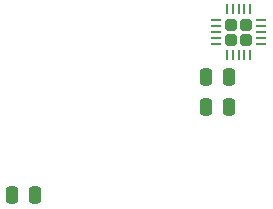
<source format=gbr>
%TF.GenerationSoftware,KiCad,Pcbnew,9.0.5*%
%TF.CreationDate,2025-10-28T16:25:52-07:00*%
%TF.ProjectId,Vine_Basestation_Cable_Reeling,56696e65-5f42-4617-9365-73746174696f,rev?*%
%TF.SameCoordinates,Original*%
%TF.FileFunction,Paste,Bot*%
%TF.FilePolarity,Positive*%
%FSLAX46Y46*%
G04 Gerber Fmt 4.6, Leading zero omitted, Abs format (unit mm)*
G04 Created by KiCad (PCBNEW 9.0.5) date 2025-10-28 16:25:52*
%MOMM*%
%LPD*%
G01*
G04 APERTURE LIST*
G04 Aperture macros list*
%AMRoundRect*
0 Rectangle with rounded corners*
0 $1 Rounding radius*
0 $2 $3 $4 $5 $6 $7 $8 $9 X,Y pos of 4 corners*
0 Add a 4 corners polygon primitive as box body*
4,1,4,$2,$3,$4,$5,$6,$7,$8,$9,$2,$3,0*
0 Add four circle primitives for the rounded corners*
1,1,$1+$1,$2,$3*
1,1,$1+$1,$4,$5*
1,1,$1+$1,$6,$7*
1,1,$1+$1,$8,$9*
0 Add four rect primitives between the rounded corners*
20,1,$1+$1,$2,$3,$4,$5,0*
20,1,$1+$1,$4,$5,$6,$7,0*
20,1,$1+$1,$6,$7,$8,$9,0*
20,1,$1+$1,$8,$9,$2,$3,0*%
G04 Aperture macros list end*
%ADD10RoundRect,0.250000X-0.255000X0.255000X-0.255000X-0.255000X0.255000X-0.255000X0.255000X0.255000X0*%
%ADD11RoundRect,0.062500X-0.062500X0.350000X-0.062500X-0.350000X0.062500X-0.350000X0.062500X0.350000X0*%
%ADD12RoundRect,0.062500X-0.350000X0.062500X-0.350000X-0.062500X0.350000X-0.062500X0.350000X0.062500X0*%
%ADD13RoundRect,0.250000X-0.250000X-0.475000X0.250000X-0.475000X0.250000X0.475000X-0.250000X0.475000X0*%
%ADD14RoundRect,0.250000X0.250000X0.475000X-0.250000X0.475000X-0.250000X-0.475000X0.250000X-0.475000X0*%
G04 APERTURE END LIST*
D10*
%TO.C,U2*%
X153375000Y-86812500D03*
X152125000Y-86812500D03*
X153375000Y-88062500D03*
X152125000Y-88062500D03*
D11*
X151750000Y-85500000D03*
X152250000Y-85500000D03*
X152750000Y-85500000D03*
X153250000Y-85500000D03*
X153750000Y-85500000D03*
D12*
X154687500Y-86437500D03*
X154687500Y-86937500D03*
X154687500Y-87437500D03*
X154687500Y-87937500D03*
X154687500Y-88437500D03*
D11*
X153750000Y-89375000D03*
X153250000Y-89375000D03*
X152750000Y-89375000D03*
X152250000Y-89375000D03*
X151750000Y-89375000D03*
D12*
X150812500Y-88437500D03*
X150812500Y-87937500D03*
X150812500Y-87437500D03*
X150812500Y-86937500D03*
X150812500Y-86437500D03*
%TD*%
D13*
%TO.C,C6*%
X133600000Y-101250000D03*
X135500000Y-101250000D03*
%TD*%
D14*
%TO.C,C14*%
X151900000Y-93750000D03*
X150000000Y-93750000D03*
%TD*%
%TO.C,C13*%
X151900000Y-91250000D03*
X150000000Y-91250000D03*
%TD*%
M02*

</source>
